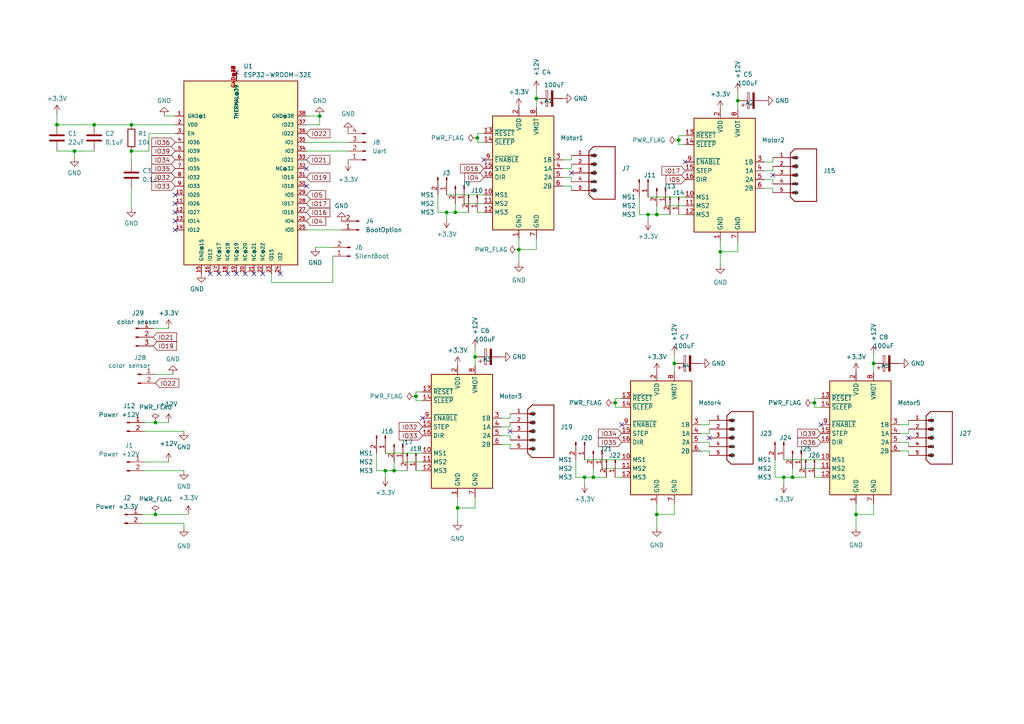
<source format=kicad_sch>
(kicad_sch (version 20231120) (generator "eeschema") (generator_version "8.0")
  (paper "A4")
  (lib_symbols
    (symbol "A4988Mirrored_1"
      (property "Value" "A4988" (at -2.54 16.51 0))
      (symbol "A4988Mirrored_1_1_1"
        (pin power_in line (at 0 -20.32 90) (length 2.54) (name "GND") (number "1"))
        (pin input line (at -10.16 -7.62 0) (length 2.54) (name "MS1") (number "10"))
        (pin input line (at -10.16 -10.16 0) (length 2.54) (name "MS2") (number "11"))
        (pin input line (at -10.16 -12.7 0) (length 2.54) (name "MS3") (number "12"))
        (pin input line (at -10.16 10.16 0) (length 2.54) (name "~{RESET}") (number "13"))
        (pin input line (at -10.16 7.62 0) (length 2.54) (name "~{SLEEP}") (number "14"))
        (pin input line (at -10.16 0 0) (length 2.54) (name "STEP") (number "15"))
        (pin input line (at -10.16 -2.54 0) (length 2.54) (name "DIR") (number "16"))
        (pin power_in line (at 0 17.78 270) (length 2.54) (name "VDD") (number "2"))
        (pin output line (at 12.7 2.54 180) (length 2.54) (name "1B") (number "3"))
        (pin output line (at 12.7 0 180) (length 2.54) (name "1A") (number "4"))
        (pin output line (at 12.7 -2.54 180) (length 2.54) (name "2A") (number "5"))
        (pin output line (at 12.7 -5.08 180) (length 2.54) (name "2B") (number "6"))
        (pin power_in line (at 5.08 -20.32 90) (length 2.54) (name "GND") (number "7"))
        (pin power_in line (at 5.08 17.78 270) (length 2.54) (name "VMOT") (number "8"))
        (pin input line (at -10.16 2.54 0) (length 2.54) (name "~{ENABLE}") (number "9"))
      )
    )
    (symbol "Connector:Conn_01x02_Pin" (pin_names (offset 1.016) hide)
      (property "Reference" "J" (at 0 2.54 0))
      (property "Value" "Conn_01x02_Pin" (at 0 -5.08 0))
      (symbol "Conn_01x02_Pin_1_1"
        (pin passive line (at 5.08 0 180) (length 3.81) (name "Pin_1") (number "1"))
        (pin passive line (at 5.08 -2.54 180) (length 3.81) (name "Pin_2") (number "2"))
      )
    )
    (symbol "Connector:Conn_01x03_Pin" (pin_names (offset 1.016) hide)
      (property "Reference" "J" (at 0 5.08 0))
      (property "Value" "Conn_01x03_Pin" (at 0 -5.08 0))
      (symbol "Conn_01x03_Pin_1_1"
        (pin passive line (at 5.08 2.54 180) (length 3.81) (name "Pin_1") (number "1"))
        (pin passive line (at 5.08 0 180) (length 3.81) (name "Pin_2") (number "2"))
        (pin passive line (at 5.08 -2.54 180) (length 3.81) (name "Pin_3") (number "3"))
      )
    )
    (symbol "Connector:Conn_01x04_Pin" (pin_names (offset 1.016) hide)
      (property "Reference" "J" (at 0 5.08 0))
      (property "Value" "Conn_01x04_Pin" (at 0 -7.62 0))
      (symbol "Conn_01x04_Pin_1_1"
        (pin passive line (at 5.08 2.54 180) (length 3.81) (name "Pin_1") (number "1"))
        (pin passive line (at 5.08 0 180) (length 3.81) (name "Pin_2") (number "2"))
        (pin passive line (at 5.08 -2.54 180) (length 3.81) (name "Pin_3") (number "3"))
        (pin passive line (at 5.08 -5.08 180) (length 3.81) (name "Pin_4") (number "4"))
      )
    )
    (symbol "CustomParts:B5B-XH-A_LF__SN_" (pin_names (offset 1.016))
      (property "Reference" "J" (at 0 8.89 0))
      (property "Value" "B5B-XH-A_LF__SN_" (at 0 -10.16 0))
      (symbol "B5B-XH-A_LF__SN__0_0"
        (pin passive line (at -5.08 5.08 0) (length 5.08) (name "1") (number "1"))
        (pin passive line (at -5.08 2.54 0) (length 5.08) (name "2") (number "2"))
        (pin passive line (at -5.08 0 0) (length 5.08) (name "3") (number "3"))
        (pin passive line (at -5.08 -2.54 0) (length 5.08) (name "4") (number "4"))
        (pin passive line (at -5.08 -5.08 0) (length 5.08) (name "5") (number "5"))
      )
    )
    (symbol "Device:C" (pin_numbers hide) (pin_names (offset 0.254))
      (property "Reference" "C" (at 0.635 2.54 0))
      (property "Value" "C" (at 0.635 -2.54 0))
      (symbol "C_1_1"
        (pin passive line (at 0 3.81 270) (length 2.794) (name "~") (number "1"))
        (pin passive line (at 0 -3.81 90) (length 2.794) (name "~") (number "2"))
      )
    )
    (symbol "Device:C_Polarized" (pin_numbers hide) (pin_names (offset 0.254))
      (property "Reference" "C" (at 0.635 2.54 0))
      (property "Value" "C_Polarized" (at 0.635 -2.54 0))
      (symbol "C_Polarized_1_1"
        (pin passive line (at 0 3.81 270) (length 2.794) (name "~") (number "1"))
        (pin passive line (at 0 -3.81 90) (length 2.794) (name "~") (number "2"))
      )
    )
    (symbol "Device:R" (pin_numbers hide) (pin_names (offset 0))
      (property "Reference" "R" (at 2.032 0 90))
      (property "Value" "R" (at 0 0 90))
      (symbol "R_1_1"
        (pin passive line (at 0 3.81 270) (length 1.27) (name "~") (number "1"))
        (pin passive line (at 0 -3.81 90) (length 1.27) (name "~") (number "2"))
      )
    )
    (symbol "ESP32-WROOM-32E:ESP32-WROOM-32E" (pin_names (offset 1.016))
      (property "Reference" "U" (at -17.78 30.48 0))
      (property "Value" "ESP32-WROOM-32E" (at -17.78 -38.1 0))
      (symbol "ESP32-WROOM-32E_0_0"
        (pin bidirectional line (at -17.78 12.7 0) (length 2.54) (name "GND@1") (number "1"))
        (pin bidirectional line (at -17.78 -10.16 0) (length 2.54) (name "IO25") (number "10"))
        (pin bidirectional line (at -17.78 -12.7 0) (length 2.54) (name "IO26") (number "11"))
        (pin bidirectional line (at -17.78 -15.24 0) (length 2.54) (name "IO27") (number "12"))
        (pin bidirectional line (at -17.78 -17.78 0) (length 2.54) (name "IO14") (number "13"))
        (pin bidirectional line (at -17.78 -20.32 0) (length 2.54) (name "IO12") (number "14"))
        (pin bidirectional line (at -10.16 -33.02 90) (length 2.54) (name "GND@15") (number "15"))
        (pin bidirectional line (at -7.62 -33.02 90) (length 2.54) (name "IO13") (number "16"))
        (pin bidirectional line (at -5.08 -33.02 90) (length 2.54) (name "NC@17") (number "17"))
        (pin bidirectional line (at -2.54 -33.02 90) (length 2.54) (name "NC@18") (number "18"))
        (pin bidirectional line (at 0 -33.02 90) (length 2.54) (name "NC@19") (number "19"))
        (pin bidirectional line (at -17.78 10.16 0) (length 2.54) (name "VDD") (number "2"))
        (pin bidirectional line (at 2.54 -33.02 90) (length 2.54) (name "NC@20") (number "20"))
        (pin bidirectional line (at 5.08 -33.02 90) (length 2.54) (name "NC@21") (number "21"))
        (pin bidirectional line (at 7.62 -33.02 90) (length 2.54) (name "NC@22") (number "22"))
        (pin bidirectional line (at 10.16 -33.02 90) (length 2.54) (name "IO15") (number "23"))
        (pin bidirectional line (at 12.7 -33.02 90) (length 2.54) (name "IO2") (number "24"))
        (pin bidirectional line (at 20.32 -20.32 180) (length 2.54) (name "IO0") (number "25"))
        (pin bidirectional line (at 20.32 -17.78 180) (length 2.54) (name "IO4") (number "26"))
        (pin bidirectional line (at 20.32 -15.24 180) (length 2.54) (name "IO16") (number "27"))
        (pin bidirectional line (at 20.32 -12.7 180) (length 2.54) (name "IO17") (number "28"))
        (pin bidirectional line (at 20.32 -10.16 180) (length 2.54) (name "IO5") (number "29"))
        (pin bidirectional line (at -17.78 7.62 0) (length 2.54) (name "EN") (number "3"))
        (pin bidirectional line (at 20.32 -7.62 180) (length 2.54) (name "IO18") (number "30"))
        (pin bidirectional line (at 20.32 -5.08 180) (length 2.54) (name "IO19") (number "31"))
        (pin bidirectional line (at 20.32 -2.54 180) (length 2.54) (name "NC@32") (number "32"))
        (pin bidirectional line (at 20.32 0 180) (length 2.54) (name "IO21") (number "33"))
        (pin bidirectional line (at 20.32 2.54 180) (length 2.54) (name "IO3") (number "34"))
        (pin bidirectional line (at 20.32 5.08 180) (length 2.54) (name "IO1") (number "35"))
        (pin bidirectional line (at 20.32 7.62 180) (length 2.54) (name "IO22") (number "36"))
        (pin bidirectional line (at 20.32 10.16 180) (length 2.54) (name "IO23") (number "37"))
        (pin bidirectional line (at 20.32 12.7 180) (length 2.54) (name "GND@38") (number "38"))
        (pin bidirectional line (at -17.78 5.08 0) (length 2.54) (name "IO36") (number "4"))
        (pin bidirectional line (at -17.78 2.54 0) (length 2.54) (name "IO39") (number "5"))
        (pin bidirectional line (at -17.78 0 0) (length 2.54) (name "IO34") (number "6"))
        (pin bidirectional line (at -17.78 -2.54 0) (length 2.54) (name "IO35") (number "7"))
        (pin bidirectional line (at -17.78 -5.08 0) (length 2.54) (name "IO32") (number "8"))
        (pin bidirectional line (at -17.78 -7.62 0) (length 2.54) (name "IO33") (number "9"))
        (pin bidirectional line (at 0 25.4 270) (length 2.54) (name "THERMAL@39") (number "GND@39"))
        (pin bidirectional line (at 0 25.4 270) (length 2.54) (name "THERMAL@39") (number "GND@40"))
        (pin bidirectional line (at 0 25.4 270) (length 2.54) (name "THERMAL@39") (number "GND@41"))
        (pin bidirectional line (at 0 25.4 270) (length 2.54) (name "THERMAL@39") (number "GND@42"))
        (pin bidirectional line (at 0 25.4 270) (length 2.54) (name "THERMAL@39") (number "GND@43"))
        (pin bidirectional line (at 0 25.4 270) (length 2.54) (name "THERMAL@39") (number "GND@44"))
        (pin bidirectional line (at 0 25.4 270) (length 2.54) (name "THERMAL@39") (number "GND@45"))
        (pin bidirectional line (at 0 25.4 270) (length 2.54) (name "THERMAL@39") (number "GND@46"))
        (pin bidirectional line (at 0 25.4 270) (length 2.54) (name "THERMAL@39") (number "GND@47"))
      )
    )
    (symbol "power:+12V" (power) (pin_names (offset 0))
      (property "Value" "+12V" (at 0 3.556 0))
      (symbol "+12V_1_1"
        (pin power_in line (at 0 0 90) (length 0) hide (name "+12V") (number "1"))
      )
    )
    (symbol "power:+3.3V" (power) (pin_names (offset 0))
      (property "Value" "+3.3V" (at 0 3.556 0))
      (symbol "+3.3V_1_1"
        (pin power_in line (at 0 0 90) (length 0) hide (name "+3.3V") (number "1"))
      )
    )
    (symbol "power:GND" (power) (pin_names (offset 0))
      (property "Value" "GND" (at 0 -3.81 0))
      (symbol "GND_1_1"
        (pin power_in line (at 0 0 270) (length 0) hide (name "GND") (number "1"))
      )
    )
    (symbol "power:PWR_FLAG" (power) (pin_numbers hide) (pin_names (offset 0) hide)
      (property "Value" "PWR_FLAG" (at 0 3.81 0))
      (symbol "PWR_FLAG_0_0"
        (pin power_out line (at 0 0 90) (length 0) (name "pwr") (number "1"))
      )
    )
  )
  (junction (at 172.085 138.43))
  (junction (at 132.08 61.595))
  (junction (at 196.85 40.64))
  (junction (at 38.1 43.815))
  (junction (at 213.995 29.21))
  (junction (at 195.58 105.41))
  (junction (at 208.915 73.025))
  (junction (at 190.5 149.225))
  (junction (at 138.43 40.005))
  (junction (at 248.285 149.225))
  (junction (at 114.3 136.525))
  (junction (at 21.59 43.815))
  (junction (at 129.54 61.595))
  (junction (at 111.76 136.525))
  (junction (at 45.085 149.225))
  (junction (at 187.96 62.23))
  (junction (at 92.71 33.655))
  (junction (at 229.87 138.43))
  (junction (at 190.5 62.23))
  (junction (at 155.575 28.575))
  (junction (at 150.495 72.39))
  (junction (at 38.1 36.195))
  (junction (at 236.22 116.84))
  (junction (at 120.65 114.935))
  (junction (at 178.435 116.84))
  (junction (at 137.795 103.505))
  (junction (at 27.305 36.195))
  (junction (at 253.365 105.41))
  (junction (at 169.545 138.43))
  (junction (at 132.715 147.32))
  (junction (at 45.085 122.555))
  (junction (at 227.33 138.43))
  (junction (at 16.51 36.195))
  (no_connect (at 73.66 79.375))
  (no_connect (at 50.8 66.675))
  (no_connect (at 63.5 79.375))
  (no_connect (at 50.8 56.515))
  (no_connect (at 122.555 121.285))
  (no_connect (at 263.525 127))
  (no_connect (at 50.8 61.595))
  (no_connect (at 88.9 48.895))
  (no_connect (at 88.9 53.975))
  (no_connect (at 224.155 50.8))
  (no_connect (at 198.755 46.99))
  (no_connect (at 60.96 79.375))
  (no_connect (at 180.34 123.19))
  (no_connect (at 81.28 79.375))
  (no_connect (at 68.58 79.375))
  (no_connect (at 205.74 127))
  (no_connect (at 140.335 46.355))
  (no_connect (at 147.955 125.095))
  (no_connect (at 71.12 79.375))
  (no_connect (at 66.04 79.375))
  (no_connect (at 50.8 59.055))
  (no_connect (at 50.8 64.135))
  (no_connect (at 76.2 79.375))
  (no_connect (at 68.58 20.955))
  (no_connect (at 165.735 50.165))
  (no_connect (at 238.125 123.19))
  (wire (pts (xy 213.995 73.025) (xy 208.915 73.025)))
  (wire (pts (xy 227.33 138.43) (xy 229.87 138.43)))
  (wire (pts (xy 127 56.515) (xy 127 61.595)))
  (wire (pts (xy 260.985 123.19) (xy 263.525 123.19)))
  (wire (pts (xy 233.68 138.43) (xy 229.87 138.43)))
  (wire (pts (xy 135.89 61.595) (xy 132.08 61.595)))
  (wire (pts (xy 213.995 69.85) (xy 213.995 73.025)))
  (wire (pts (xy 120.65 113.665) (xy 120.65 114.935)))
  (wire (pts (xy 38.1 36.195) (xy 50.8 36.195)))
  (wire (pts (xy 213.995 29.21) (xy 213.995 31.75)))
  (wire (pts (xy 190.5 146.05) (xy 190.5 149.225)))
  (wire (pts (xy 187.96 62.23) (xy 190.5 62.23)))
  (wire (pts (xy 169.545 138.43) (xy 172.085 138.43)))
  (wire (pts (xy 221.615 46.99) (xy 224.155 46.99)))
  (wire (pts (xy 16.51 33.02) (xy 16.51 36.195)))
  (wire (pts (xy 194.31 62.23) (xy 190.5 62.23)))
  (wire (pts (xy 50.8 38.735) (xy 43.18 38.735)))
  (wire (pts (xy 205.74 124.46) (xy 205.74 125.73)))
  (wire (pts (xy 227.33 133.35) (xy 238.125 133.35)))
  (wire (pts (xy 187.96 64.135) (xy 187.96 62.23)))
  (wire (pts (xy 88.9 41.275) (xy 100.965 41.275)))
  (wire (pts (xy 196.85 40.64) (xy 196.85 41.91)))
  (wire (pts (xy 41.91 136.525) (xy 53.34 136.525)))
  (wire (pts (xy 155.575 28.575) (xy 155.575 31.115)))
  (wire (pts (xy 91.44 71.755) (xy 96.52 71.755)))
  (wire (pts (xy 38.1 43.815) (xy 38.1 46.99)))
  (wire (pts (xy 185.42 57.15) (xy 185.42 62.23)))
  (wire (pts (xy 132.715 144.145) (xy 132.715 147.32)))
  (wire (pts (xy 150.495 69.215) (xy 150.495 72.39)))
  (wire (pts (xy 118.11 136.525) (xy 114.3 136.525)))
  (wire (pts (xy 78.74 81.915) (xy 96.52 81.915)))
  (wire (pts (xy 208.915 73.025) (xy 208.915 76.835)))
  (wire (pts (xy 155.575 26.035) (xy 155.575 28.575)))
  (wire (pts (xy 16.51 36.195) (xy 27.305 36.195)))
  (wire (pts (xy 253.365 146.05) (xy 253.365 149.225)))
  (wire (pts (xy 163.195 48.895) (xy 165.735 48.895)))
  (wire (pts (xy 88.9 33.655) (xy 92.71 33.655)))
  (wire (pts (xy 236.22 138.43) (xy 238.125 138.43)))
  (wire (pts (xy 41.91 133.985) (xy 48.895 133.985)))
  (wire (pts (xy 21.59 43.815) (xy 27.305 43.815)))
  (wire (pts (xy 92.71 33.655) (xy 92.71 36.195)))
  (wire (pts (xy 236.22 118.11) (xy 238.125 118.11)))
  (wire (pts (xy 190.5 149.225) (xy 190.5 153.035)))
  (wire (pts (xy 221.615 49.53) (xy 224.155 49.53)))
  (wire (pts (xy 16.51 43.815) (xy 21.59 43.815)))
  (wire (pts (xy 221.615 52.07) (xy 224.155 52.07)))
  (wire (pts (xy 224.155 46.99) (xy 224.155 45.72)))
  (wire (pts (xy 109.22 136.525) (xy 111.76 136.525)))
  (wire (pts (xy 43.18 43.815) (xy 38.1 43.815)))
  (wire (pts (xy 165.735 47.625) (xy 165.735 48.895)))
  (wire (pts (xy 138.43 38.735) (xy 140.335 38.735)))
  (wire (pts (xy 111.76 136.525) (xy 114.3 136.525)))
  (wire (pts (xy 132.08 59.055) (xy 132.08 61.595)))
  (wire (pts (xy 253.365 105.41) (xy 253.365 107.95)))
  (wire (pts (xy 260.985 130.81) (xy 263.525 130.81)))
  (wire (pts (xy 41.91 125.095) (xy 53.34 125.095)))
  (wire (pts (xy 174.625 135.89) (xy 180.34 135.89)))
  (wire (pts (xy 147.955 121.285) (xy 147.955 120.015)))
  (wire (pts (xy 47.625 33.655) (xy 50.8 33.655)))
  (wire (pts (xy 263.525 123.19) (xy 263.525 121.92)))
  (wire (pts (xy 195.58 102.87) (xy 195.58 105.41)))
  (wire (pts (xy 127 61.595) (xy 129.54 61.595)))
  (wire (pts (xy 165.735 46.355) (xy 165.735 45.085)))
  (wire (pts (xy 88.9 43.815) (xy 100.965 43.815)))
  (wire (pts (xy 147.955 126.365) (xy 147.955 127.635)))
  (wire (pts (xy 196.85 41.91) (xy 198.755 41.91)))
  (wire (pts (xy 120.65 136.525) (xy 122.555 136.525)))
  (wire (pts (xy 165.735 51.435) (xy 165.735 52.705)))
  (wire (pts (xy 78.74 79.375) (xy 78.74 81.915)))
  (wire (pts (xy 178.435 138.43) (xy 180.34 138.43)))
  (wire (pts (xy 129.54 63.5) (xy 129.54 61.595)))
  (wire (pts (xy 163.195 53.975) (xy 165.735 53.975)))
  (wire (pts (xy 185.42 62.23) (xy 187.96 62.23)))
  (wire (pts (xy 232.41 135.89) (xy 238.125 135.89)))
  (wire (pts (xy 224.79 138.43) (xy 227.33 138.43)))
  (wire (pts (xy 132.715 147.32) (xy 132.715 151.13)))
  (wire (pts (xy 137.795 103.505) (xy 137.795 106.045)))
  (wire (pts (xy 236.22 115.57) (xy 236.22 116.84)))
  (wire (pts (xy 208.915 69.85) (xy 208.915 73.025)))
  (wire (pts (xy 227.33 140.335) (xy 227.33 138.43)))
  (wire (pts (xy 203.2 125.73) (xy 205.74 125.73)))
  (wire (pts (xy 195.58 149.225) (xy 190.5 149.225)))
  (wire (pts (xy 203.2 128.27) (xy 205.74 128.27)))
  (wire (pts (xy 145.415 123.825) (xy 147.955 123.825)))
  (wire (pts (xy 150.495 72.39) (xy 150.495 76.2)))
  (wire (pts (xy 145.415 128.905) (xy 147.955 128.905)))
  (wire (pts (xy 253.365 149.225) (xy 248.285 149.225)))
  (wire (pts (xy 229.87 135.89) (xy 229.87 138.43)))
  (wire (pts (xy 155.575 72.39) (xy 150.495 72.39)))
  (wire (pts (xy 196.85 62.23) (xy 198.755 62.23)))
  (wire (pts (xy 111.76 138.43) (xy 111.76 136.525)))
  (wire (pts (xy 205.74 128.27) (xy 205.74 129.54)))
  (wire (pts (xy 193.04 59.69) (xy 198.755 59.69)))
  (wire (pts (xy 224.155 52.07) (xy 224.155 53.34)))
  (wire (pts (xy 163.195 51.435) (xy 165.735 51.435)))
  (wire (pts (xy 263.525 128.27) (xy 263.525 129.54)))
  (wire (pts (xy 155.575 69.215) (xy 155.575 72.39)))
  (wire (pts (xy 41.275 149.225) (xy 45.085 149.225)))
  (wire (pts (xy 45.085 122.555) (xy 48.895 122.555)))
  (wire (pts (xy 224.79 133.35) (xy 224.79 138.43)))
  (wire (pts (xy 163.195 46.355) (xy 165.735 46.355)))
  (wire (pts (xy 178.435 116.84) (xy 178.435 118.11)))
  (wire (pts (xy 111.76 131.445) (xy 122.555 131.445)))
  (wire (pts (xy 169.545 133.35) (xy 180.34 133.35)))
  (wire (pts (xy 260.985 128.27) (xy 263.525 128.27)))
  (wire (pts (xy 263.525 124.46) (xy 263.525 125.73)))
  (wire (pts (xy 96.52 81.915) (xy 96.52 74.295)))
  (wire (pts (xy 45.085 108.585) (xy 50.165 108.585)))
  (wire (pts (xy 120.65 113.665) (xy 122.555 113.665)))
  (wire (pts (xy 178.435 115.57) (xy 180.34 115.57)))
  (wire (pts (xy 205.74 130.81) (xy 205.74 132.08)))
  (wire (pts (xy 178.435 118.11) (xy 180.34 118.11)))
  (wire (pts (xy 167.005 138.43) (xy 169.545 138.43)))
  (wire (pts (xy 48.895 95.25) (xy 44.45 95.25)))
  (wire (pts (xy 224.155 54.61) (xy 224.155 55.88)))
  (wire (pts (xy 253.365 102.87) (xy 253.365 105.41)))
  (wire (pts (xy 203.2 130.81) (xy 205.74 130.81)))
  (wire (pts (xy 195.58 146.05) (xy 195.58 149.225)))
  (wire (pts (xy 205.74 123.19) (xy 205.74 121.92)))
  (wire (pts (xy 195.58 105.41) (xy 195.58 107.95)))
  (wire (pts (xy 92.71 36.195) (xy 88.9 36.195)))
  (wire (pts (xy 27.305 36.195) (xy 38.1 36.195)))
  (wire (pts (xy 147.955 122.555) (xy 147.955 123.825)))
  (wire (pts (xy 260.985 125.73) (xy 263.525 125.73)))
  (wire (pts (xy 114.3 133.985) (xy 114.3 136.525)))
  (wire (pts (xy 109.22 131.445) (xy 109.22 136.525)))
  (wire (pts (xy 236.22 116.84) (xy 236.22 118.11)))
  (wire (pts (xy 145.415 126.365) (xy 147.955 126.365)))
  (wire (pts (xy 213.995 26.67) (xy 213.995 29.21)))
  (wire (pts (xy 138.43 40.005) (xy 138.43 41.275)))
  (wire (pts (xy 178.435 115.57) (xy 178.435 116.84)))
  (wire (pts (xy 134.62 59.055) (xy 140.335 59.055)))
  (wire (pts (xy 138.43 38.735) (xy 138.43 40.005)))
  (wire (pts (xy 172.085 135.89) (xy 172.085 138.43)))
  (wire (pts (xy 137.795 100.965) (xy 137.795 103.505)))
  (wire (pts (xy 100.965 38.735) (xy 100.965 38.1)))
  (wire (pts (xy 116.84 133.985) (xy 122.555 133.985)))
  (wire (pts (xy 190.5 59.69) (xy 190.5 62.23)))
  (wire (pts (xy 187.96 57.15) (xy 198.755 57.15)))
  (wire (pts (xy 248.285 149.225) (xy 248.285 153.035)))
  (wire (pts (xy 120.65 114.935) (xy 120.65 116.205)))
  (wire (pts (xy 41.91 122.555) (xy 45.085 122.555)))
  (wire (pts (xy 138.43 61.595) (xy 140.335 61.595)))
  (wire (pts (xy 196.85 39.37) (xy 198.755 39.37)))
  (wire (pts (xy 138.43 41.275) (xy 140.335 41.275)))
  (wire (pts (xy 100.965 46.355) (xy 100.965 46.99)))
  (wire (pts (xy 203.2 123.19) (xy 205.74 123.19)))
  (wire (pts (xy 45.085 149.225) (xy 54.61 149.225)))
  (wire (pts (xy 147.955 128.905) (xy 147.955 130.175)))
  (wire (pts (xy 137.795 144.145) (xy 137.795 147.32)))
  (wire (pts (xy 88.9 66.675) (xy 99.06 66.675)))
  (wire (pts (xy 248.285 146.05) (xy 248.285 149.225)))
  (wire (pts (xy 120.65 116.205) (xy 122.555 116.205)))
  (wire (pts (xy 43.18 38.735) (xy 43.18 43.815)))
  (wire (pts (xy 175.895 138.43) (xy 172.085 138.43)))
  (wire (pts (xy 129.54 56.515) (xy 140.335 56.515)))
  (wire (pts (xy 38.1 54.61) (xy 38.1 60.325)))
  (wire (pts (xy 236.22 115.57) (xy 238.125 115.57)))
  (wire (pts (xy 224.155 48.26) (xy 224.155 49.53)))
  (wire (pts (xy 129.54 61.595) (xy 132.08 61.595)))
  (wire (pts (xy 145.415 121.285) (xy 147.955 121.285)))
  (wire (pts (xy 137.795 147.32) (xy 132.715 147.32)))
  (wire (pts (xy 165.735 53.975) (xy 165.735 55.245)))
  (wire (pts (xy 263.525 130.81) (xy 263.525 132.08)))
  (wire (pts (xy 41.275 151.765) (xy 53.34 151.765)))
  (wire (pts (xy 196.85 39.37) (xy 196.85 40.64)))
  (wire (pts (xy 21.59 45.72) (xy 21.59 43.815)))
  (wire (pts (xy 167.005 133.35) (xy 167.005 138.43)))
  (wire (pts (xy 53.34 153.035) (xy 53.34 151.765)))
  (wire (pts (xy 169.545 140.335) (xy 169.545 138.43)))
  (wire (pts (xy 221.615 54.61) (xy 224.155 54.61)))
  (global_label "IO16" (shape input) (at 140.335 48.895 180) (property "Intersheetrefs" "${INTERSHEET_REFS}" (effects (hide yes))))
  (global_label "IO39" (shape input) (at 50.8 43.815 180) (property "Intersheetrefs" "${INTERSHEET_REFS}" (effects (hide yes))))
  (global_label "IO5" (shape input) (at 88.9 56.515 0) (property "Intersheetrefs" "${INTERSHEET_REFS}" (effects (hide yes))))
  (global_label "IO5" (shape input) (at 198.755 52.07 180) (property "Intersheetrefs" "${INTERSHEET_REFS}" (effects (hide yes))))
  (global_label "IO21" (shape input) (at 88.9 46.355 0) (property "Intersheetrefs" "${INTERSHEET_REFS}" (effects (hide yes))))
  (global_label "IO19" (shape input) (at 44.45 100.33 0) (property "Intersheetrefs" "${INTERSHEET_REFS}" (effects (hide yes))))
  (global_label "IO36" (shape input) (at 238.125 128.27 180) (property "Intersheetrefs" "${INTERSHEET_REFS}" (effects (hide yes))))
  (global_label "IO32" (shape input) (at 122.555 123.825 180) (property "Intersheetrefs" "${INTERSHEET_REFS}" (effects (hide yes))))
  (global_label "IO17" (shape input) (at 88.9 59.055 0) (property "Intersheetrefs" "${INTERSHEET_REFS}" (effects (hide yes))))
  (global_label "IO34" (shape input) (at 180.34 125.73 180) (property "Intersheetrefs" "${INTERSHEET_REFS}" (effects (hide yes))))
  (global_label "IO21" (shape input) (at 44.45 97.79 0) (property "Intersheetrefs" "${INTERSHEET_REFS}" (effects (hide yes))))
  (global_label "IO33" (shape input) (at 50.8 53.975 180) (property "Intersheetrefs" "${INTERSHEET_REFS}" (effects (hide yes))))
  (global_label "IO16" (shape input) (at 88.9 61.595 0) (property "Intersheetrefs" "${INTERSHEET_REFS}" (effects (hide yes))))
  (global_label "IO4" (shape input) (at 140.335 51.435 180) (property "Intersheetrefs" "${INTERSHEET_REFS}" (effects (hide yes))))
  (global_label "IO34" (shape input) (at 50.8 46.355 180) (property "Intersheetrefs" "${INTERSHEET_REFS}" (effects (hide yes))))
  (global_label "IO19" (shape input) (at 88.9 51.435 0) (property "Intersheetrefs" "${INTERSHEET_REFS}" (effects (hide yes))))
  (global_label "IO39" (shape input) (at 238.125 125.73 180) (property "Intersheetrefs" "${INTERSHEET_REFS}" (effects (hide yes))))
  (global_label "IO35" (shape input) (at 50.8 48.895 180) (property "Intersheetrefs" "${INTERSHEET_REFS}" (effects (hide yes))))
  (global_label "IO22" (shape input) (at 88.9 38.735 0) (property "Intersheetrefs" "${INTERSHEET_REFS}" (effects (hide yes))))
  (global_label "IO35" (shape input) (at 180.34 128.27 180) (property "Intersheetrefs" "${INTERSHEET_REFS}" (effects (hide yes))))
  (global_label "IO32" (shape input) (at 50.8 51.435 180) (property "Intersheetrefs" "${INTERSHEET_REFS}" (effects (hide yes))))
  (global_label "IO17" (shape input) (at 198.755 49.53 180) (property "Intersheetrefs" "${INTERSHEET_REFS}" (effects (hide yes))))
  (global_label "IO36" (shape input) (at 50.8 41.275 180) (property "Intersheetrefs" "${INTERSHEET_REFS}" (effects (hide yes))))
  (global_label "IO22" (shape input) (at 45.085 111.125 0) (property "Intersheetrefs" "${INTERSHEET_REFS}" (effects (hide yes))))
  (global_label "IO33" (shape input) (at 122.555 126.365 180) (property "Intersheetrefs" "${INTERSHEET_REFS}" (effects (hide yes))))
  (global_label "IO4" (shape input) (at 88.9 64.135 0) (property "Intersheetrefs" "${INTERSHEET_REFS}" (effects (hide yes))))
  (symbol (lib_id "Connector:Conn_01x02_Pin") (at 120.65 131.445 270) (unit 1)
    (property "Reference" "J18" (at 118.745 130.175 90) (effects (justify left)))
    (property "Value" "MS3" (at 104.14 136.525 90) (effects (justify left)))
    (property "Footprint" "Connector_PinHeader_2.54mm:PinHeader_1x02_P2.54mm_Vertical" (effects (hide yes)))
  )
  (symbol (lib_id "Device:C") (at 27.305 40.005 0) (unit 1)
    (property "Reference" "C2" (at 30.48 38.735 0) (effects (justify left)))
    (property "Value" "0.1uF" (at 30.48 41.275 0) (effects (justify left)))
    (property "Footprint" "Capacitor_SMD:C_0805_2012Metric" (effects (hide yes)))
  )
  (symbol (lib_id "Connector:Conn_01x02_Pin") (at 111.76 126.365 270) (unit 1)
    (property "Reference" "J16" (at 110.49 125.095 90) (effects (justify left)))
    (property "Value" "MS1" (at 104.14 131.445 90) (effects (justify left)))
    (property "Footprint" "Connector_PinHeader_2.54mm:PinHeader_1x02_P2.54mm_Vertical" (effects (hide yes)))
  )
  (symbol (lib_id "power:+3.3V") (at 248.285 107.95 0) (unit 1)
    (property "Reference" "#PWR040" (effects (hide yes)))
    (property "Value" "+3.3V" (at 248.285 103.505 0))
  )
  (symbol (lib_id "power:+3.3V") (at 169.545 140.335 180) (unit 1)
    (property "Reference" "#PWR032" (effects (hide yes)))
    (property "Value" "+3.3V" (at 169.545 144.78 0))
  )
  (symbol (lib_id "Connector:Conn_01x02_Pin") (at 174.625 130.81 270) (unit 1)
    (property "Reference" "J21" (at 173.99 130.175 90) (effects (justify left)))
    (property "Value" "MS2" (at 161.925 135.89 90) (effects (justify left)))
    (property "Footprint" "Connector_PinHeader_2.54mm:PinHeader_1x02_P2.54mm_Vertical" (effects (hide yes)))
  )
  (symbol (lib_id "Connector:Conn_01x03_Pin") (at 39.37 97.79 0) (unit 1)
    (property "Reference" "J29" (at 40.005 90.805 0))
    (property "Value" "color sensor" (at 40.005 93.345 0))
    (property "Footprint" "Connector_PinHeader_2.54mm:PinHeader_1x03_P2.54mm_Vertical" (effects (hide yes)))
  )
  (symbol (lib_id "power:GND") (at 260.985 105.41 90) (unit 1)
    (property "Reference" "#PWR043" (effects (hide yes)))
    (property "Value" "GND" (at 264.16 105.41 90) (effects (justify right)))
  )
  (symbol (lib_id "power:GND") (at 150.495 76.2 0) (unit 1)
    (property "Reference" "#PWR05" (effects (hide yes)))
    (property "Value" "GND" (at 150.495 81.28 0))
  )
  (symbol (lib_id "Device:C_Polarized") (at 159.385 28.575 90) (unit 1)
    (property "Reference" "C4" (at 158.496 20.955 90))
    (property "Value" "100uF" (at 160.782 24.638 90))
    (property "Footprint" "Capacitor_THT:CP_Radial_D6.3mm_P2.50mm" (effects (hide yes)))
  )
  (symbol (lib_id "Connector:Conn_01x02_Pin") (at 104.14 66.675 180) (unit 1)
    (property "Reference" "J4" (at 106.045 64.135 0) (effects (justify right)))
    (property "Value" "BootOption" (at 106.045 66.675 0) (effects (justify right)))
    (property "Footprint" "Connector_PinHeader_2.54mm:PinHeader_1x02_P2.54mm_Vertical" (effects (hide yes)))
  )
  (symbol (lib_id "Connector:Conn_01x02_Pin") (at 134.62 53.975 270) (unit 1)
    (property "Reference" "J9" (at 133.985 53.34 90) (effects (justify left)))
    (property "Value" "MS2" (at 121.92 59.055 90) (effects (justify left)))
    (property "Footprint" "Connector_PinHeader_2.54mm:PinHeader_1x02_P2.54mm_Vertical" (effects (hide yes)))
  )
  (symbol (lib_id "power:+3.3V") (at 100.965 46.99 180) (unit 1)
    (property "Reference" "#PWR014" (effects (hide yes)))
    (property "Value" "+3.3V" (at 100.965 52.07 0))
  )
  (symbol (lib_id "Device:C_Polarized") (at 257.175 105.41 90) (unit 1)
    (property "Reference" "C8" (at 256.286 97.79 90))
    (property "Value" "100uF" (at 256.286 100.33 90))
    (property "Footprint" "Capacitor_THT:CP_Radial_D6.3mm_P2.50mm" (effects (hide yes)))
  )
  (symbol (lib_id "power:+3.3V") (at 187.96 64.135 180) (unit 1)
    (property "Reference" "#PWR020" (effects (hide yes)))
    (property "Value" "+3.3V" (at 187.96 68.58 0))
  )
  (symbol (lib_id "power:GND") (at 50.165 108.585 180) (unit 1)
    (property "Reference" "#PWR044" (effects (hide yes)))
    (property "Value" "GND" (at 50.165 104.14 0))
  )
  (symbol (lib_id "power:GND") (at 47.625 33.655 180) (unit 1)
    (property "Reference" "#PWR010" (effects (hide yes)))
    (property "Value" "GND" (at 47.625 29.21 0))
  )
  (symbol (lib_id "power:PWR_FLAG") (at 178.435 116.84 90) (unit 1)
    (property "Reference" "#FLG05" (effects (hide yes)))
    (property "Value" "PWR_FLAG" (at 174.625 116.84 90) (effects (justify left)))
  )
  (symbol (lib_id "power:GND") (at 91.44 71.755 0) (unit 1)
    (property "Reference" "#PWR08" (effects (hide yes)))
    (property "Value" "GND" (at 91.44 76.2 0))
  )
  (symbol (lib_id "power:PWR_FLAG") (at 138.43 40.005 90) (unit 1)
    (property "Reference" "#FLG03" (effects (hide yes)))
    (property "Value" "PWR_FLAG" (at 134.62 40.005 90) (effects (justify left)))
  )
  (symbol (lib_id "power:GND") (at 190.5 153.035 0) (unit 1)
    (property "Reference" "#PWR035" (effects (hide yes)))
    (property "Value" "GND" (at 190.5 158.115 0))
  )
  (symbol (lib_id "power:GND") (at 38.1 60.325 0) (unit 1)
    (property "Reference" "#PWR022" (effects (hide yes)))
    (property "Value" "GND" (at 38.1 64.77 0))
  )
  (symbol (lib_id "power:+3.3V") (at 150.495 31.115 0) (unit 1)
    (property "Reference" "#PWR036" (effects (hide yes)))
    (property "Value" "+3.3V" (at 150.495 26.67 0))
  )
  (symbol (lib_id "Connector:Conn_01x02_Pin") (at 129.54 51.435 270) (unit 1)
    (property "Reference" "J3" (at 128.27 50.165 90) (effects (justify left)))
    (property "Value" "MS1" (at 121.92 56.515 90) (effects (justify left)))
    (property "Footprint" "Connector_PinHeader_2.54mm:PinHeader_1x02_P2.54mm_Vertical" (effects (hide yes)))
  )
  (symbol (lib_name "A4988Mirrored_1") (lib_id "CustomParts:A4988Mirrored") (at 150.495 48.895 0) (unit 1)
    (property "Reference" "A1" (at 157.7691 29.21 0) (effects (justify left)))
    (property "Value" "Pololu_Breakout_A4988" (effects (hide yes)))
    (property "Footprint" "CustomParts:A4988Mirrored" (effects (hide yes)))
    (property "Datasheet" "https://www.pololu.com/product/2980/pictures" (effects (hide yes)))
  )
  (symbol (lib_id "power:PWR_FLAG") (at 120.65 114.935 90) (unit 1)
    (property "Reference" "#FLG04" (effects (hide yes)))
    (property "Value" "PWR_FLAG" (at 116.84 114.935 90) (effects (justify left)))
  )
  (symbol (lib_id "power:+3.3V") (at 132.715 106.045 0) (unit 1)
    (property "Reference" "#PWR028" (effects (hide yes)))
    (property "Value" "+3.3V" (at 132.715 101.6 0))
  )
  (symbol (lib_id "power:GND") (at 221.615 29.21 90) (unit 1)
    (property "Reference" "#PWR026" (effects (hide yes)))
    (property "Value" "GND" (at 224.79 29.21 90) (effects (justify right)))
  )
  (symbol (lib_id "power:GND") (at 248.285 153.035 0) (unit 1)
    (property "Reference" "#PWR041" (effects (hide yes)))
    (property "Value" "GND" (at 248.285 158.115 0))
  )
  (symbol (lib_id "power:GND") (at 145.415 103.505 90) (unit 1)
    (property "Reference" "#PWR031" (effects (hide yes)))
    (property "Value" "GND" (at 148.59 103.505 90) (effects (justify right)))
  )
  (symbol (lib_id "ESP32-WROOM-32E:ESP32-WROOM-32E") (at 68.58 46.355 0) (unit 1)
    (property "Reference" "U1" (at 70.5994 19.177 0) (effects (justify left)))
    (property "Value" "ESP32-WROOM-32E" (at 70.5994 21.717 0) (effects (justify left)))
    (property "Footprint" "CustomParts:ESP32-WROOM-32E" (effects (hide yes)))
    (property "Description" "RX TXRX MOD WIFI TRACE ANT SMD" (effects (hide yes)))
    (property "MF" "Espressif Systems" (effects (hide yes)))
    (property "Package" "SMD-44 Espressif Systems" (effects (hide yes)))
    (property "Price" "None" (effects (hide yes)))
    (property "SnapEDA_Link" "https://www.snapeda.com/parts/ESP32-WROOM-32E/Espressif+Systems/view-part/?ref=snap" (effects (hide yes)))
    (property "MP" "ESP32-WROOM-32E" (effects (hide yes)))
    (property "Availability" "In Stock" (effects (hide yes)))
    (property "Check_prices" "https://www.snapeda.com/parts/ESP32-WROOM-32E/Espressif+Systems/view-part/?ref=eda" (effects (hide yes)))
  )
  (symbol (lib_id "Connector:Conn_01x02_Pin") (at 116.84 128.905 270) (unit 1)
    (property "Reference" "J17" (at 116.205 128.27 90) (effects (justify left)))
    (property "Value" "MS2" (at 104.14 133.985 90) (effects (justify left)))
    (property "Footprint" "Connector_PinHeader_2.54mm:PinHeader_1x02_P2.54mm_Vertical" (effects (hide yes)))
  )
  (symbol (lib_id "power:GND") (at 53.34 136.525 0) (unit 1)
    (property "Reference" "#PWR02" (effects (hide yes)))
    (property "Value" "GND" (at 53.34 141.097 0))
  )
  (symbol (lib_id "power:+3.3V") (at 48.895 95.25 0) (unit 1)
    (property "Reference" "#PWR019" (effects (hide yes)))
    (property "Value" "+3.3V" (at 48.895 90.805 0))
  )
  (symbol (lib_id "power:PWR_FLAG") (at 45.085 149.225 0) (unit 1)
    (property "Reference" "#FLG02" (effects (hide yes)))
    (property "Value" "PWR_FLAG" (at 45.085 144.78 0))
  )
  (symbol (lib_id "CustomParts:B5B-XH-A_LF__SN_") (at 210.82 127 0) (unit 1)
    (property "Reference" "J23" (at 220.345 125.73 0) (effects (justify left)))
    (property "Value" "Motor4" (at 202.565 116.84 0) (effects (justify left)))
    (property "Footprint" "CustomParts:JST_B5B-XH-A_LF__SN_" (effects (hide yes)))
    (property "Description" "\nConnector Header Through Hole 5 position 0.098 (2.50mm)\n" (effects (hide yes)))
    (property "MF" "JST Sales America Inc." (effects (hide yes)))
    (property "MAXIMUM_PACKAGE_HEIGHT" "7 mm" (effects (hide yes)))
    (property "Package" "None" (effects (hide yes)))
    (property "Price" "None" (effects (hide yes)))
    (property "Check_prices" "https://www.snapeda.com/parts/B5B-XH-A(LF)(SN)/JST+Sales+America+Inc./view-part/?ref=eda" (effects (hide yes)))
    (property "STANDARD" "Manufacturer Recommendations" (effects (hide yes)))
    (property "PARTREV" "N/A" (effects (hide yes)))
    (property "SnapEDA_Link" "https://www.snapeda.com/parts/B5B-XH-A(LF)(SN)/JST+Sales+America+Inc./view-part/?ref=snap" (effects (hide yes)))
    (property "MP" "B5B-XH-A(LF)(SN)" (effects (hide yes)))
    (property "Purchase-URL" "https://www.snapeda.com/api/url_track_click_mouser/?unipart_id=4703724&manufacturer=JST Sales America Inc.&part_name=B5B-XH-A(LF)(SN)&search_term=b5b-xh-a (lf)(sn)" (effects (hide yes)))
    (property "MANUFACTURER" "JST Sales America Inc." (effects (hide yes)))
    (property "Availability" "In Stock" (effects (hide yes)))
    (property "SNAPEDA_PN" "B5B-XH-A(LF)(SN)" (effects (hide yes)))
  )
  (symbol (lib_id "Connector:Conn_01x02_Pin") (at 36.83 133.985 0) (unit 1)
    (property "Reference" "J1" (at 37.465 129.159 0))
    (property "Value" "Power +12V" (at 34.544 131.699 0))
    (property "Footprint" "Connector_PinHeader_2.54mm:PinHeader_1x02_P2.54mm_Vertical" (effects (hide yes)))
  )
  (symbol (lib_id "power:+12V") (at 48.895 133.985 0) (unit 1)
    (property "Reference" "#PWR01" (effects (hide yes)))
    (property "Value" "+12V" (at 48.895 128.651 0))
  )
  (symbol (lib_id "Connector:Conn_01x02_Pin") (at 40.005 108.585 0) (unit 1)
    (property "Reference" "J28" (at 40.64 103.759 0))
    (property "Value" "color sensor" (at 37.465 106.045 0))
    (property "Footprint" "Connector_PinHeader_2.54mm:PinHeader_1x02_P2.54mm_Vertical" (effects (hide yes)))
  )
  (symbol (lib_id "power:GND") (at 208.915 76.835 0) (unit 1)
    (property "Reference" "#PWR024" (effects (hide yes)))
    (property "Value" "GND" (at 208.915 81.915 0))
  )
  (symbol (lib_id "power:+12V") (at 213.995 26.67 0) (unit 1)
    (property "Reference" "#PWR025" (effects (hide yes)))
    (property "Value" "+12V" (at 213.995 22.86 90) (effects (justify left)))
  )
  (symbol (lib_id "power:GND") (at 100.965 38.1 180) (unit 1)
    (property "Reference" "#PWR015" (effects (hide yes)))
    (property "Value" "GND" (at 100.965 33.02 0))
  )
  (symbol (lib_id "Device:C") (at 16.51 40.005 0) (unit 1)
    (property "Reference" "C1" (at 19.685 38.735 0) (effects (justify left)))
    (property "Value" "22uF" (at 19.685 41.275 0) (effects (justify left)))
    (property "Footprint" "Capacitor_SMD:C_0805_2012Metric" (effects (hide yes)))
  )
  (symbol (lib_id "Device:C") (at 38.1 50.8 0) (unit 1)
    (property "Reference" "C3" (at 41.275 49.53 0) (effects (justify left)))
    (property "Value" "0.1uF" (at 41.275 52.07 0) (effects (justify left)))
    (property "Footprint" "Capacitor_SMD:C_0805_2012Metric" (effects (hide yes)))
  )
  (symbol (lib_id "power:GND") (at 58.42 79.375 0) (unit 1)
    (property "Reference" "#PWR011" (effects (hide yes)))
    (property "Value" "GND" (at 57.15 83.82 0))
  )
  (symbol (lib_id "Connector:Conn_01x02_Pin") (at 138.43 56.515 270) (unit 1)
    (property "Reference" "J10" (at 136.525 55.245 90) (effects (justify left)))
    (property "Value" "MS3" (at 121.92 61.595 90) (effects (justify left)))
    (property "Footprint" "Connector_PinHeader_2.54mm:PinHeader_1x02_P2.54mm_Vertical" (effects (hide yes)))
  )
  (symbol (lib_id "power:GND") (at 92.71 33.655 180) (unit 1)
    (property "Reference" "#PWR07" (effects (hide yes)))
    (property "Value" "GND" (at 92.71 29.21 0))
  )
  (symbol (lib_id "Device:C_Polarized") (at 141.605 103.505 90) (unit 1)
    (property "Reference" "C6" (at 140.716 95.885 90))
    (property "Value" "100uF" (at 140.716 98.425 90))
    (property "Footprint" "Capacitor_THT:CP_Radial_D6.3mm_P2.50mm" (effects (hide yes)))
  )
  (symbol (lib_id "power:PWR_FLAG") (at 150.495 72.39 90) (unit 1)
    (property "Reference" "#FLG08" (effects (hide yes)))
    (property "Value" "PWR_FLAG" (at 147.32 72.39 90) (effects (justify left)))
  )
  (symbol (lib_id "power:GND") (at 99.06 64.135 180) (unit 1)
    (property "Reference" "#PWR09" (effects (hide yes)))
    (property "Value" "GND" (at 99.06 59.69 0))
  )
  (symbol (lib_id "Connector:Conn_01x02_Pin") (at 101.6 74.295 180) (unit 1)
    (property "Reference" "J6" (at 102.87 71.755 0) (effects (justify right)))
    (property "Value" "SilentBoot" (at 102.87 74.295 0) (effects (justify right)))
    (property "Footprint" "Connector_PinHeader_2.54mm:PinHeader_1x02_P2.54mm_Vertical" (effects (hide yes)))
  )
  (symbol (lib_id "Connector:Conn_01x02_Pin") (at 196.85 57.15 270) (unit 1)
    (property "Reference" "J14" (at 194.945 55.88 90) (effects (justify left)))
    (property "Value" "MS3" (at 180.34 62.23 90) (effects (justify left)))
    (property "Footprint" "Connector_PinHeader_2.54mm:PinHeader_1x02_P2.54mm_Vertical" (effects (hide yes)))
  )
  (symbol (lib_id "power:+12V") (at 195.58 102.87 0) (unit 1)
    (property "Reference" "#PWR037" (effects (hide yes)))
    (property "Value" "+12V" (at 195.58 99.06 90) (effects (justify left)))
  )
  (symbol (lib_id "power:+3.3V") (at 54.61 149.225 0) (unit 1)
    (property "Reference" "#PWR04" (effects (hide yes)))
    (property "Value" "+3.3V" (at 54.61 144.399 0))
  )
  (symbol (lib_id "power:+12V") (at 155.575 26.035 0) (unit 1)
    (property "Reference" "#PWR017" (effects (hide yes)))
    (property "Value" "+12V" (at 155.575 22.225 90) (effects (justify left)))
  )
  (symbol (lib_id "CustomParts:B5B-XH-A_LF__SN_") (at 268.605 127 0) (unit 1)
    (property "Reference" "J27" (at 278.13 125.73 0) (effects (justify left)))
    (property "Value" "Motor5" (at 260.35 116.84 0) (effects (justify left)))
    (property "Footprint" "CustomParts:JST_B5B-XH-A_LF__SN_" (effects (hide yes)))
    (property "Description" "\nConnector Header Through Hole 5 position 0.098 (2.50mm)\n" (effects (hide yes)))
    (property "MF" "JST Sales America Inc." (effects (hide yes)))
    (property "MAXIMUM_PACKAGE_HEIGHT" "7 mm" (effects (hide yes)))
    (property "Package" "None" (effects (hide yes)))
    (property "Price" "None" (effects (hide yes)))
    (property "Check_prices" "https://www.snapeda.com/parts/B5B-XH-A(LF)(SN)/JST+Sales+America+Inc./view-part/?ref=eda" (effects (hide yes)))
    (property "STANDARD" "Manufacturer Recommendations" (effects (hide yes)))
    (property "PARTREV" "N/A" (effects (hide yes)))
    (property "SnapEDA_Link" "https://www.snapeda.com/parts/B5B-XH-A(LF)(SN)/JST+Sales+America+Inc./view-part/?ref=snap" (effects (hide yes)))
    (property "MP" "B5B-XH-A(LF)(SN)" (effects (hide yes)))
    (property "Purchase-URL" "https://www.snapeda.com/api/url_track_click_mouser/?unipart_id=4703724&manufacturer=JST Sales America Inc.&part_name=B5B-XH-A(LF)(SN)&search_term=b5b-xh-a (lf)(sn)" (effects (hide yes)))
    (property "MANUFACTURER" "JST Sales America Inc." (effects (hide yes)))
    (property "Availability" "In Stock" (effects (hide yes)))
    (property "SNAPEDA_PN" "B5B-XH-A(LF)(SN)" (effects (hide yes)))
  )
  (symbol (lib_id "power:GND") (at 21.59 45.72 0) (unit 1)
    (property "Reference" "#PWR013" (effects (hide yes)))
    (property "Value" "GND" (at 21.59 50.165 0))
  )
  (symbol (lib_id "power:PWR_FLAG") (at 196.85 40.64 90) (unit 1)
    (property "Reference" "#FLG01" (effects (hide yes)))
    (property "Value" "PWR_FLAG" (at 193.04 40.64 90) (effects (justify left)))
  )
  (symbol (lib_id "power:+3.3V") (at 190.5 107.95 0) (unit 1)
    (property "Reference" "#PWR034" (effects (hide yes)))
    (property "Value" "+3.3V" (at 190.5 103.505 0))
  )
  (symbol (lib_id "power:GND") (at 53.34 153.035 0) (unit 1)
    (property "Reference" "#PWR03" (effects (hide yes)))
    (property "Value" "GND" (at 53.34 158.369 0))
  )
  (symbol (lib_id "Connector:Conn_01x04_Pin") (at 106.045 43.815 180) (unit 1)
    (property "Reference" "J8" (at 107.95 41.275 0) (effects (justify right)))
    (property "Value" "Uart" (at 107.95 43.815 0) (effects (justify right)))
    (property "Footprint" "Connector_PinHeader_2.54mm:PinHeader_1x04_P2.54mm_Vertical" (effects (hide yes)))
  )
  (symbol (lib_name "A4988Mirrored_1") (lib_id "CustomParts:A4988Mirrored") (at 190.5 125.73 0) (unit 1)
    (property "Reference" "A4" (at 197.7741 106.045 0) (effects (justify left)))
    (property "Value" "Pololu_Breakout_A4988" (effects (hide yes)))
    (property "Footprint" "CustomParts:A4988Mirrored" (effects (hide yes)))
    (property "Datasheet" "https://www.pololu.com/product/2980/pictures" (effects (hide yes)))
  )
  (symbol (lib_id "CustomParts:B5B-XH-A_LF__SN_") (at 170.815 50.165 0) (unit 1)
    (property "Reference" "J7" (at 180.34 48.895 0) (effects (justify left)))
    (property "Value" "Motor1" (at 162.56 40.005 0) (effects (justify left)))
    (property "Footprint" "CustomParts:JST_B5B-XH-A_LF__SN_" (effects (hide yes)))
    (property "Description" "\nConnector Header Through Hole 5 position 0.098 (2.50mm)\n" (effects (hide yes)))
    (property "MF" "JST Sales America Inc." (effects (hide yes)))
    (property "MAXIMUM_PACKAGE_HEIGHT" "7 mm" (effects (hide yes)))
    (property "Package" "None" (effects (hide yes)))
    (property "Price" "None" (effects (hide yes)))
    (property "Check_prices" "https://www.snapeda.com/parts/B5B-XH-A(LF)(SN)/JST+Sales+America+Inc./view-part/?ref=eda" (effects (hide yes)))
    (property "STANDARD" "Manufacturer Recommendations" (effects (hide yes)))
    (property "PARTREV" "N/A" (effects (hide yes)))
    (property "SnapEDA_Link" "https://www.snapeda.com/parts/B5B-XH-A(LF)(SN)/JST+Sales+America+Inc./view-part/?ref=snap" (effects (hide yes)))
    (property "MP" "B5B-XH-A(LF)(SN)" (effects (hide yes)))
    (property "Purchase-URL" "https://www.snapeda.com/api/url_track_click_mouser/?unipart_id=4703724&manufacturer=JST Sales America Inc.&part_name=B5B-XH-A(LF)(SN)&search_term=b5b-xh-a (lf)(sn)" (effects (hide yes)))
    (property "MANUFACTURER" "JST Sales America Inc." (effects (hide yes)))
    (property "Availability" "In Stock" (effects (hide yes)))
    (property "SNAPEDA_PN" "B5B-XH-A(LF)(SN)" (effects (hide yes)))
  )
  (symbol (lib_id "Connector:Conn_01x02_Pin") (at 227.33 128.27 270) (unit 1)
    (property "Reference" "J24" (at 226.06 127 90) (effects (justify left)))
    (property "Value" "MS1" (at 219.71 133.35 90) (effects (justify left)))
    (property "Footprint" "Connector_PinHeader_2.54mm:PinHeader_1x02_P2.54mm_Vertical" (effects (hide yes)))
  )
  (symbol (lib_id "power:+12V") (at 253.365 102.87 0) (unit 1)
    (property "Reference" "#PWR042" (effects (hide yes)))
    (property "Value" "+12V" (at 253.365 99.06 90) (effects (justify left)))
  )
  (symbol (lib_id "Connector:Conn_01x02_Pin") (at 232.41 130.81 270) (unit 1)
    (property "Reference" "J25" (at 231.775 130.175 90) (effects (justify left)))
    (property "Value" "MS2" (at 219.71 135.89 90) (effects (justify left)))
    (property "Footprint" "Connector_PinHeader_2.54mm:PinHeader_1x02_P2.54mm_Vertical" (effects (hide yes)))
  )
  (symbol (lib_id "CustomParts:B5B-XH-A_LF__SN_") (at 153.035 125.095 0) (unit 1)
    (property "Reference" "J19" (at 162.56 123.825 0) (effects (justify left)))
    (property "Value" "Motor3" (at 144.78 114.935 0) (effects (justify left)))
    (property "Footprint" "CustomParts:JST_B5B-XH-A_LF__SN_" (effects (hide yes)))
    (property "Description" "\nConnector Header Through Hole 5 position 0.098 (2.50mm)\n" (effects (hide yes)))
    (property "MF" "JST Sales America Inc." (effects (hide yes)))
    (property "MAXIMUM_PACKAGE_HEIGHT" "7 mm" (effects (hide yes)))
    (property "Package" "None" (effects (hide yes)))
    (property "Price" "None" (effects (hide yes)))
    (property "Check_prices" "https://www.snapeda.com/parts/B5B-XH-A(LF)(SN)/JST+Sales+America+Inc./view-part/?ref=eda" (effects (hide yes)))
    (property "STANDARD" "Manufacturer Recommendations" (effects (hide yes)))
    (property "PARTREV" "N/A" (effects (hide yes)))
    (property "SnapEDA_Link" "https://www.snapeda.com/parts/B5B-XH-A(LF)(SN)/JST+Sales+America+Inc./view-part/?ref=snap" (effects (hide yes)))
    (property "MP" "B5B-XH-A(LF)(SN)" (effects (hide yes)))
    (property "Purchase-URL" "https://www.snapeda.com/api/url_track_click_mouser/?unipart_id=4703724&manufacturer=JST Sales America Inc.&part_name=B5B-XH-A(LF)(SN)&search_term=b5b-xh-a (lf)(sn)" (effects (hide yes)))
    (property "MANUFACTURER" "JST Sales America Inc." (effects (hide yes)))
    (property "Availability" "In Stock" (effects (hide yes)))
    (property "SNAPEDA_PN" "B5B-XH-A(LF)(SN)" (effects (hide yes)))
  )
  (symbol (lib_id "CustomParts:B5B-XH-A_LF__SN_") (at 229.235 50.8 0) (unit 1)
    (property "Reference" "J15" (at 238.76 49.53 0) (effects (justify left)))
    (property "Value" "Motor2" (at 220.98 40.64 0) (effects (justify left)))
    (property "Footprint" "CustomParts:JST_B5B-XH-A_LF__SN_" (effects (hide yes)))
    (property "Description" "\nConnector Header Through Hole 5 position 0.098 (2.50mm)\n" (effects (hide yes)))
    (property "MF" "JST Sales America Inc." (effects (hide yes)))
    (property "MAXIMUM_PACKAGE_HEIGHT" "7 mm" (effects (hide yes)))
    (property "Package" "None" (effects (hide yes)))
    (property "Price" "None" (effects (hide yes)))
    (property "Check_prices" "https://www.snapeda.com/parts/B5B-XH-A(LF)(SN)/JST+Sales+America+Inc./view-part/?ref=eda" (effects (hide yes)))
    (property "STANDARD" "Manufacturer Recommendations" (effects (hide yes)))
    (property "PARTREV" "N/A" (effects (hide yes)))
    (property "SnapEDA_Link" "https://www.snapeda.com/parts/B5B-XH-A(LF)(SN)/JST+Sales+America+Inc./view-part/?ref=snap" (effects (hide yes)))
    (property "MP" "B5B-XH-A(LF)(SN)" (effects (hide yes)))
    (property "Purchase-URL" "https://www.snapeda.com/api/url_track_click_mouser/?unipart_id=4703724&manufacturer=JST Sales America Inc.&part_name=B5B-XH-A(LF)(SN)&search_term=b5b-xh-a (lf)(sn)" (effects (hide yes)))
    (property "MANUFACTURER" "JST Sales America Inc." (effects (hide yes)))
    (property "Availability" "In Stock" (effects (hide yes)))
    (property "SNAPEDA_PN" "B5B-XH-A(LF)(SN)" (effects (hide yes)))
  )
  (symbol (lib_id "Connector:Conn_01x02_Pin") (at 36.83 122.555 0) (unit 1)
    (property "Reference" "J12" (at 37.465 117.729 0))
    (property "Value" "Power +12V" (at 34.544 120.269 0))
    (property "Footprint" "Connector_PinHeader_2.54mm:PinHeader_1x02_P2.54mm_Vertical" (effects (hide yes)))
  )
  (symbol (lib_id "power:PWR_FLAG") (at 45.085 122.555 0) (unit 1)
    (property "Reference" "#FLG06" (effects (hide yes)))
    (property "Value" "PWR_FLAG" (at 45.085 118.11 0))
  )
  (symbol (lib_id "power:+3.3V") (at 111.76 138.43 180) (unit 1)
    (property "Reference" "#PWR027" (effects (hide yes)))
    (property "Value" "+3.3V" (at 111.76 142.875 0))
  )
  (symbol (lib_id "power:GND") (at 53.34 125.095 0) (unit 1)
    (property "Reference" "#PWR033" (effects (hide yes)))
    (property "Value" "GND" (at 53.34 129.667 0))
  )
  (symbol (lib_id "Connector:Conn_01x02_Pin") (at 36.195 149.225 0) (unit 1)
    (property "Reference" "J2" (at 36.83 144.399 0))
    (property "Value" "Power +3.3V" (at 33.909 146.939 0))
    (property "Footprint" "Connector_PinHeader_2.54mm:PinHeader_1x02_P2.54mm_Vertical" (effects (hide yes)))
  )
  (symbol (lib_id "power:GND") (at 203.2 105.41 90) (unit 1)
    (property "Reference" "#PWR038" (effects (hide yes)))
    (property "Value" "GND" (at 206.375 105.41 90) (effects (justify right)))
  )
  (symbol (lib_id "power:+3.3V") (at 208.915 31.75 0) (unit 1)
    (property "Reference" "#PWR023" (effects (hide yes)))
    (property "Value" "+3.3V" (at 208.915 27.305 0))
  )
  (symbol (lib_id "power:PWR_FLAG") (at 236.22 116.84 90) (unit 1)
    (property "Reference" "#FLG07" (effects (hide yes)))
    (property "Value" "PWR_FLAG" (at 232.41 116.84 90) (effects (justify left)))
  )
  (symbol (lib_id "Device:C_Polarized") (at 199.39 105.41 90) (unit 1)
    (property "Reference" "C7" (at 198.501 97.79 90))
    (property "Value" "100uF" (at 198.501 100.33 90))
    (property "Footprint" "Capacitor_THT:CP_Radial_D6.3mm_P2.50mm" (effects (hide yes)))
  )
  (symbol (lib_id "Connector:Conn_01x02_Pin") (at 236.22 133.35 270) (unit 1)
    (property "Reference" "J26" (at 234.315 132.08 90) (effects (justify left)))
    (property "Value" "MS3" (at 219.71 138.43 90) (effects (justify left)))
    (property "Footprint" "Connector_PinHeader_2.54mm:PinHeader_1x02_P2.54mm_Vertical" (effects (hide yes)))
  )
  (symbol (lib_id "Device:C_Polarized") (at 217.805 29.21 90) (unit 1)
    (property "Reference" "C5" (at 216.916 21.59 90))
    (property "Value" "100uF" (at 216.916 24.13 90))
    (property "Footprint" "Capacitor_THT:CP_Radial_D6.3mm_P2.50mm" (effects (hide yes)))
  )
  (symbol (lib_id "power:+3.3V") (at 129.54 63.5 180) (unit 1)
    (property "Reference" "#PWR06" (effects (hide yes)))
    (property "Value" "+3.3V" (at 129.54 67.945 0))
  )
  (symbol (lib_id "Connector:Conn_01x02_Pin") (at 193.04 54.61 270) (unit 1)
    (property "Reference" "J13" (at 192.405 53.975 90) (effects (justify left)))
    (property "Value" "MS2" (at 180.34 59.69 90) (effects (justify left)))
    (property "Footprint" "Connector_PinHeader_2.54mm:PinHeader_1x02_P2.54mm_Vertical" (effects (hide yes)))
  )
  (symbol (lib_name "A4988Mirrored_1") (lib_id "CustomParts:A4988Mirrored") (at 132.715 123.825 0) (unit 1)
    (property "Reference" "A3" (at 139.9891 104.14 0) (effects (justify left)))
    (property "Value" "Pololu_Breakout_A4988" (effects (hide yes)))
    (property "Footprint" "CustomParts:A4988Mirrored" (effects (hide yes)))
    (property "Datasheet" "https://www.pololu.com/product/2980/pictures" (effects (hide yes)))
  )
  (symbol (lib_name "A4988Mirrored_1") (lib_id "CustomParts:A4988Mirrored") (at 208.915 49.53 0) (unit 1)
    (property "Reference" "A2" (at 216.1891 29.845 0) (effects (justify left)))
    (property "Value" "Pololu_Breakout_A4988" (effects (hide yes)))
    (property "Footprint" "CustomParts:A4988Mirrored" (effects (hide yes)))
    (property "Datasheet" "https://www.pololu.com/product/2980/pictures" (effects (hide yes)))
  )
  (symbol (lib_name "A4988Mirrored_1") (lib_id "CustomParts:A4988Mirrored") (at 248.285 125.73 0) (unit 1)
    (property "Reference" "A5" (at 255.5591 106.045 0) (effects (justify left)))
    (property "Value" "Pololu_Breakout_A4988" (effects (hide yes)))
    (property "Footprint" "CustomParts:A4988Mirrored" (effects (hide yes)))
    (property "Datasheet" "https://www.pololu.com/product/2980/pictures" (effects (hide yes)))
  )
  (symbol (lib_id "power:+12V") (at 48.895 122.555 0) (unit 1)
    (property "Reference" "#PWR018" (effects (hide yes)))
    (property "Value" "+12V" (at 48.895 117.221 0))
  )
  (symbol (lib_id "Device:R") (at 38.1 40.005 180) (unit 1)
    (property "Reference" "R1" (at 40.005 38.735 0) (effects (justify right)))
    (property "Value" "10k" (at 40.005 41.275 0) (effects (justify right)))
    (property "Footprint" "Resistor_SMD:R_1206_3216Metric" (effects (hide yes)))
  )
  (symbol (lib_id "power:GND") (at 163.195 28.575 90) (unit 1)
    (property "Reference" "#PWR016" (effects (hide yes)))
    (property "Value" "GND" (at 166.37 28.575 90) (effects (justify right)))
  )
  (symbol (lib_id "power:+3.3V") (at 16.51 33.02 0) (unit 1)
    (property "Reference" "#PWR012" (effects (hide yes)))
    (property "Value" "+3.3V" (at 16.51 28.575 0))
  )
  (symbol (lib_id "power:+3.3V") (at 227.33 140.335 180) (unit 1)
    (property "Reference" "#PWR039" (effects (hide yes)))
    (property "Value" "+3.3V" (at 227.33 144.78 0))
  )
  (symbol (lib_id "Connector:Conn_01x02_Pin") (at 169.545 128.27 270) (unit 1)
    (property "Reference" "J20" (at 168.275 127 90) (effects (justify left)))
    (property "Value" "MS1" (at 161.925 133.35 90) (effects (justify left)))
    (property "Footprint" "Connector_PinHeader_2.54mm:PinHeader_1x02_P2.54mm_Vertical" (effects (hide yes)))
  )
  (symbol (lib_id "power:+12V") (at 137.795 100.965 0) (unit 1)
    (property "Reference" "#PWR030" (effects (hide yes)))
    (property "Value" "+12V" (at 137.795 97.155 90) (effects (justify left)))
  )
  (symbol (lib_id "power:GND") (at 132.715 151.13 0) (unit 1)
    (property "Reference" "#PWR029" (effects (hide yes)))
    (property "Value" "GND" (at 132.715 156.21 0))
  )
  (symbol (lib_id "Connector:Conn_01x02_Pin") (at 178.435 133.35 270) (unit 1)
    (property "Reference" "J22" (at 176.53 132.08 90) (effects (justify left)))
    (property "Value" "MS3" (at 161.925 138.43 90) (effects (justify left)))
    (property "Footprint" "Connector_PinHeader_2.54mm:PinHeader_1x02_P2.54mm_Vertical" (effects (hide yes)))
  )
  (symbol (lib_id "Connector:Conn_01x02_Pin") (at 187.96 52.07 270) (unit 1)
    (property "Reference" "J11" (at 186.69 50.8 90) (effects (justify left)))
    (property "Value" "MS1" (at 180.34 57.15 90) (effects (justify left)))
    (property "Footprint" "Connector_PinHeader_2.54mm:PinHeader_1x02_P2.54mm_Vertical" (effects (hide yes)))
  )
)
</source>
